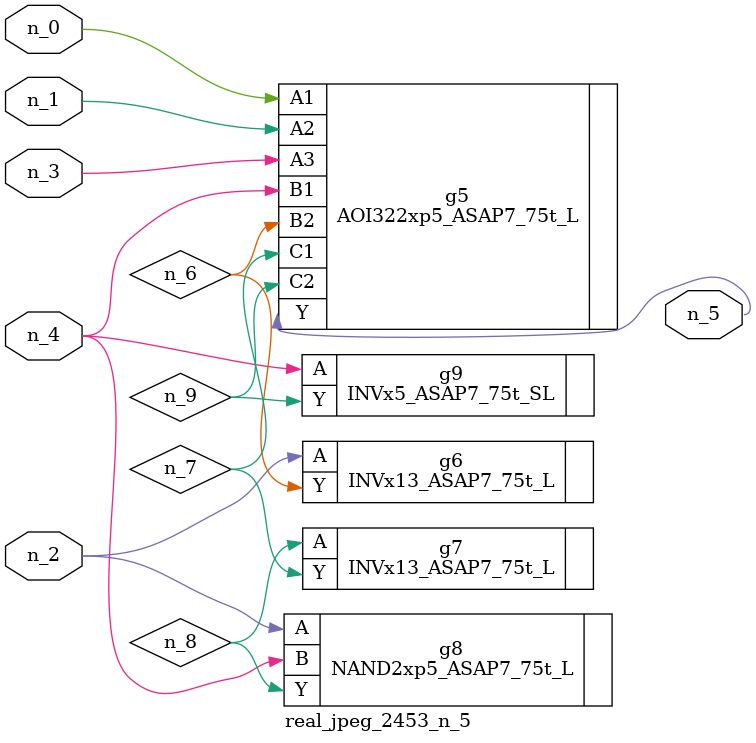
<source format=v>
module real_jpeg_2453_n_5 (n_4, n_0, n_1, n_2, n_3, n_5);

input n_4;
input n_0;
input n_1;
input n_2;
input n_3;

output n_5;

wire n_8;
wire n_6;
wire n_7;
wire n_9;

AOI322xp5_ASAP7_75t_L g5 ( 
.A1(n_0),
.A2(n_1),
.A3(n_3),
.B1(n_4),
.B2(n_6),
.C1(n_7),
.C2(n_9),
.Y(n_5)
);

INVx13_ASAP7_75t_L g6 ( 
.A(n_2),
.Y(n_6)
);

NAND2xp5_ASAP7_75t_L g8 ( 
.A(n_2),
.B(n_4),
.Y(n_8)
);

INVx5_ASAP7_75t_SL g9 ( 
.A(n_4),
.Y(n_9)
);

INVx13_ASAP7_75t_L g7 ( 
.A(n_8),
.Y(n_7)
);


endmodule
</source>
